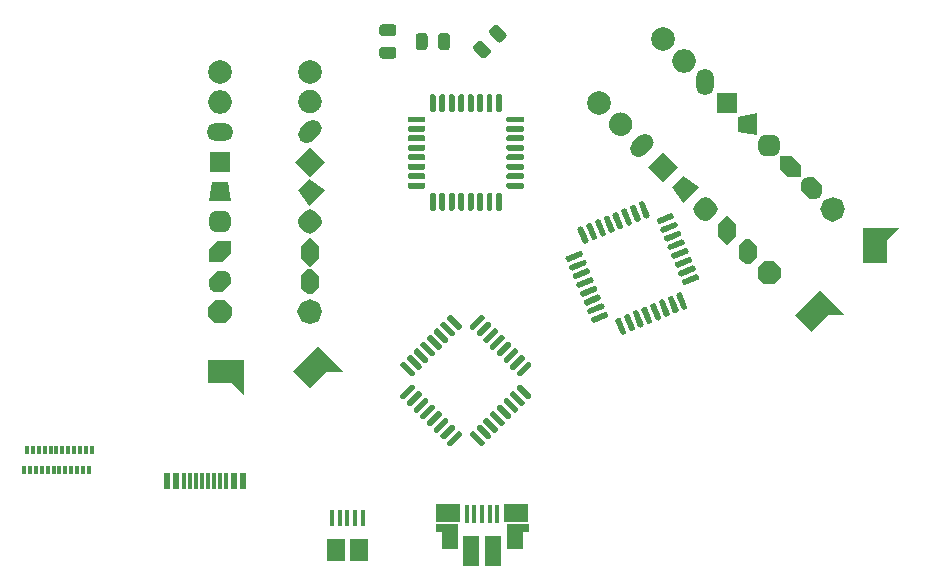
<source format=gbr>
G04 #@! TF.GenerationSoftware,KiCad,Pcbnew,5.99.0-unknown-9424d66d22~106~ubuntu18.04.1*
G04 #@! TF.CreationDate,2021-01-09T19:53:46+08:00*
G04 #@! TF.ProjectId,Flashpads,466c6173-6870-4616-9473-2e6b69636164,rev?*
G04 #@! TF.SameCoordinates,Original*
G04 #@! TF.FileFunction,Paste,Top*
G04 #@! TF.FilePolarity,Positive*
%FSLAX46Y46*%
G04 Gerber Fmt 4.6, Leading zero omitted, Abs format (unit mm)*
G04 Created by KiCad (PCBNEW 5.99.0-unknown-9424d66d22~106~ubuntu18.04.1) date 2021-01-09 19:53:46*
%MOMM*%
%LPD*%
G01*
G04 APERTURE LIST*
%ADD10R,1.430000X2.500000*%
%ADD11R,0.400000X1.650000*%
%ADD12R,2.000000X1.500000*%
%ADD13R,1.825000X0.700000*%
%ADD14R,1.350000X2.000000*%
%ADD15R,0.300000X0.700000*%
%ADD16R,0.600000X1.450000*%
%ADD17R,0.300000X1.450000*%
%ADD18R,1.500000X1.900000*%
%ADD19R,0.400000X1.350000*%
%ADD20C,2.000000*%
%ADD21R,1.800000X1.800000*%
%ADD22O,1.500000X2.250000*%
%ADD23O,2.000000X2.000000*%
%ADD24O,2.250000X1.500000*%
G04 APERTURE END LIST*
D10*
G04 #@! TO.C,REF\u002A\u002A*
X63419000Y-66917000D03*
X61499000Y-66917000D03*
D11*
X63759000Y-63767000D03*
X63109000Y-63767000D03*
X62459000Y-63767000D03*
X61809000Y-63767000D03*
X61159000Y-63767000D03*
D12*
X65359000Y-63647000D03*
X59609000Y-63667000D03*
D13*
X65459000Y-64967000D03*
X59509000Y-64967000D03*
D14*
X59729000Y-65717000D03*
X65209000Y-65717000D03*
G04 #@! TD*
D15*
G04 #@! TO.C,REF\u002A\u002A*
X23670000Y-60053000D03*
X24170000Y-60053000D03*
X24670000Y-60053000D03*
X25170000Y-60053000D03*
X25670000Y-60053000D03*
X26170000Y-60053000D03*
X26670000Y-60053000D03*
X27170000Y-60053000D03*
X27670000Y-60053000D03*
X28170000Y-60053000D03*
X28670000Y-60053000D03*
X29170000Y-60053000D03*
X28920000Y-58353000D03*
X27420000Y-58353000D03*
X27920000Y-58353000D03*
X28420000Y-58353000D03*
X29420000Y-58353000D03*
X26920000Y-58353000D03*
X26420000Y-58353000D03*
X25920000Y-58353000D03*
X25420000Y-58353000D03*
X24920000Y-58353000D03*
X24420000Y-58353000D03*
X23920000Y-58353000D03*
G04 #@! TD*
G04 #@! TO.C,IC3*
G36*
G01*
X55712989Y-54041990D02*
X55536212Y-53865213D01*
G75*
G02*
X55536212Y-53688437I88388J88388D01*
G01*
X56420095Y-52804554D01*
G75*
G02*
X56596871Y-52804554I88388J-88388D01*
G01*
X56773648Y-52981331D01*
G75*
G02*
X56773648Y-53158107I-88388J-88388D01*
G01*
X55889765Y-54041990D01*
G75*
G02*
X55712989Y-54041990I-88388J88388D01*
G01*
G37*
G36*
G01*
X56278675Y-54607675D02*
X56101898Y-54430898D01*
G75*
G02*
X56101898Y-54254122I88388J88388D01*
G01*
X56985781Y-53370239D01*
G75*
G02*
X57162557Y-53370239I88388J-88388D01*
G01*
X57339334Y-53547016D01*
G75*
G02*
X57339334Y-53723792I-88388J-88388D01*
G01*
X56455451Y-54607675D01*
G75*
G02*
X56278675Y-54607675I-88388J88388D01*
G01*
G37*
G36*
G01*
X56844360Y-55173361D02*
X56667583Y-54996584D01*
G75*
G02*
X56667583Y-54819808I88388J88388D01*
G01*
X57551466Y-53935925D01*
G75*
G02*
X57728242Y-53935925I88388J-88388D01*
G01*
X57905019Y-54112702D01*
G75*
G02*
X57905019Y-54289478I-88388J-88388D01*
G01*
X57021136Y-55173361D01*
G75*
G02*
X56844360Y-55173361I-88388J88388D01*
G01*
G37*
G36*
G01*
X57410045Y-55739046D02*
X57233268Y-55562269D01*
G75*
G02*
X57233268Y-55385493I88388J88388D01*
G01*
X58117151Y-54501610D01*
G75*
G02*
X58293927Y-54501610I88388J-88388D01*
G01*
X58470704Y-54678387D01*
G75*
G02*
X58470704Y-54855163I-88388J-88388D01*
G01*
X57586821Y-55739046D01*
G75*
G02*
X57410045Y-55739046I-88388J88388D01*
G01*
G37*
G36*
G01*
X57975731Y-56304732D02*
X57798954Y-56127955D01*
G75*
G02*
X57798954Y-55951179I88388J88388D01*
G01*
X58682837Y-55067296D01*
G75*
G02*
X58859613Y-55067296I88388J-88388D01*
G01*
X59036390Y-55244073D01*
G75*
G02*
X59036390Y-55420849I-88388J-88388D01*
G01*
X58152507Y-56304732D01*
G75*
G02*
X57975731Y-56304732I-88388J88388D01*
G01*
G37*
G36*
G01*
X58541416Y-56870417D02*
X58364639Y-56693640D01*
G75*
G02*
X58364639Y-56516864I88388J88388D01*
G01*
X59248522Y-55632981D01*
G75*
G02*
X59425298Y-55632981I88388J-88388D01*
G01*
X59602075Y-55809758D01*
G75*
G02*
X59602075Y-55986534I-88388J-88388D01*
G01*
X58718192Y-56870417D01*
G75*
G02*
X58541416Y-56870417I-88388J88388D01*
G01*
G37*
G36*
G01*
X59107102Y-57436102D02*
X58930325Y-57259325D01*
G75*
G02*
X58930325Y-57082549I88388J88388D01*
G01*
X59814208Y-56198666D01*
G75*
G02*
X59990984Y-56198666I88388J-88388D01*
G01*
X60167761Y-56375443D01*
G75*
G02*
X60167761Y-56552219I-88388J-88388D01*
G01*
X59283878Y-57436102D01*
G75*
G02*
X59107102Y-57436102I-88388J88388D01*
G01*
G37*
G36*
G01*
X59672787Y-58001788D02*
X59496010Y-57825011D01*
G75*
G02*
X59496010Y-57648235I88388J88388D01*
G01*
X60379893Y-56764352D01*
G75*
G02*
X60556669Y-56764352I88388J-88388D01*
G01*
X60733446Y-56941129D01*
G75*
G02*
X60733446Y-57117905I-88388J-88388D01*
G01*
X59849563Y-58001788D01*
G75*
G02*
X59672787Y-58001788I-88388J88388D01*
G01*
G37*
G36*
G01*
X62324437Y-58001788D02*
X61440554Y-57117905D01*
G75*
G02*
X61440554Y-56941129I88388J88388D01*
G01*
X61617331Y-56764352D01*
G75*
G02*
X61794107Y-56764352I88388J-88388D01*
G01*
X62677990Y-57648235D01*
G75*
G02*
X62677990Y-57825011I-88388J-88388D01*
G01*
X62501213Y-58001788D01*
G75*
G02*
X62324437Y-58001788I-88388J88388D01*
G01*
G37*
G36*
G01*
X62890122Y-57436102D02*
X62006239Y-56552219D01*
G75*
G02*
X62006239Y-56375443I88388J88388D01*
G01*
X62183016Y-56198666D01*
G75*
G02*
X62359792Y-56198666I88388J-88388D01*
G01*
X63243675Y-57082549D01*
G75*
G02*
X63243675Y-57259325I-88388J-88388D01*
G01*
X63066898Y-57436102D01*
G75*
G02*
X62890122Y-57436102I-88388J88388D01*
G01*
G37*
G36*
G01*
X63455808Y-56870417D02*
X62571925Y-55986534D01*
G75*
G02*
X62571925Y-55809758I88388J88388D01*
G01*
X62748702Y-55632981D01*
G75*
G02*
X62925478Y-55632981I88388J-88388D01*
G01*
X63809361Y-56516864D01*
G75*
G02*
X63809361Y-56693640I-88388J-88388D01*
G01*
X63632584Y-56870417D01*
G75*
G02*
X63455808Y-56870417I-88388J88388D01*
G01*
G37*
G36*
G01*
X64021493Y-56304732D02*
X63137610Y-55420849D01*
G75*
G02*
X63137610Y-55244073I88388J88388D01*
G01*
X63314387Y-55067296D01*
G75*
G02*
X63491163Y-55067296I88388J-88388D01*
G01*
X64375046Y-55951179D01*
G75*
G02*
X64375046Y-56127955I-88388J-88388D01*
G01*
X64198269Y-56304732D01*
G75*
G02*
X64021493Y-56304732I-88388J88388D01*
G01*
G37*
G36*
G01*
X64587179Y-55739046D02*
X63703296Y-54855163D01*
G75*
G02*
X63703296Y-54678387I88388J88388D01*
G01*
X63880073Y-54501610D01*
G75*
G02*
X64056849Y-54501610I88388J-88388D01*
G01*
X64940732Y-55385493D01*
G75*
G02*
X64940732Y-55562269I-88388J-88388D01*
G01*
X64763955Y-55739046D01*
G75*
G02*
X64587179Y-55739046I-88388J88388D01*
G01*
G37*
G36*
G01*
X65152864Y-55173361D02*
X64268981Y-54289478D01*
G75*
G02*
X64268981Y-54112702I88388J88388D01*
G01*
X64445758Y-53935925D01*
G75*
G02*
X64622534Y-53935925I88388J-88388D01*
G01*
X65506417Y-54819808D01*
G75*
G02*
X65506417Y-54996584I-88388J-88388D01*
G01*
X65329640Y-55173361D01*
G75*
G02*
X65152864Y-55173361I-88388J88388D01*
G01*
G37*
G36*
G01*
X65718549Y-54607675D02*
X64834666Y-53723792D01*
G75*
G02*
X64834666Y-53547016I88388J88388D01*
G01*
X65011443Y-53370239D01*
G75*
G02*
X65188219Y-53370239I88388J-88388D01*
G01*
X66072102Y-54254122D01*
G75*
G02*
X66072102Y-54430898I-88388J-88388D01*
G01*
X65895325Y-54607675D01*
G75*
G02*
X65718549Y-54607675I-88388J88388D01*
G01*
G37*
G36*
G01*
X66284235Y-54041990D02*
X65400352Y-53158107D01*
G75*
G02*
X65400352Y-52981331I88388J88388D01*
G01*
X65577129Y-52804554D01*
G75*
G02*
X65753905Y-52804554I88388J-88388D01*
G01*
X66637788Y-53688437D01*
G75*
G02*
X66637788Y-53865213I-88388J-88388D01*
G01*
X66461011Y-54041990D01*
G75*
G02*
X66284235Y-54041990I-88388J88388D01*
G01*
G37*
G36*
G01*
X65577129Y-52097446D02*
X65400352Y-51920669D01*
G75*
G02*
X65400352Y-51743893I88388J88388D01*
G01*
X66284235Y-50860010D01*
G75*
G02*
X66461011Y-50860010I88388J-88388D01*
G01*
X66637788Y-51036787D01*
G75*
G02*
X66637788Y-51213563I-88388J-88388D01*
G01*
X65753905Y-52097446D01*
G75*
G02*
X65577129Y-52097446I-88388J88388D01*
G01*
G37*
G36*
G01*
X65011443Y-51531761D02*
X64834666Y-51354984D01*
G75*
G02*
X64834666Y-51178208I88388J88388D01*
G01*
X65718549Y-50294325D01*
G75*
G02*
X65895325Y-50294325I88388J-88388D01*
G01*
X66072102Y-50471102D01*
G75*
G02*
X66072102Y-50647878I-88388J-88388D01*
G01*
X65188219Y-51531761D01*
G75*
G02*
X65011443Y-51531761I-88388J88388D01*
G01*
G37*
G36*
G01*
X64445758Y-50966075D02*
X64268981Y-50789298D01*
G75*
G02*
X64268981Y-50612522I88388J88388D01*
G01*
X65152864Y-49728639D01*
G75*
G02*
X65329640Y-49728639I88388J-88388D01*
G01*
X65506417Y-49905416D01*
G75*
G02*
X65506417Y-50082192I-88388J-88388D01*
G01*
X64622534Y-50966075D01*
G75*
G02*
X64445758Y-50966075I-88388J88388D01*
G01*
G37*
G36*
G01*
X63880073Y-50400390D02*
X63703296Y-50223613D01*
G75*
G02*
X63703296Y-50046837I88388J88388D01*
G01*
X64587179Y-49162954D01*
G75*
G02*
X64763955Y-49162954I88388J-88388D01*
G01*
X64940732Y-49339731D01*
G75*
G02*
X64940732Y-49516507I-88388J-88388D01*
G01*
X64056849Y-50400390D01*
G75*
G02*
X63880073Y-50400390I-88388J88388D01*
G01*
G37*
G36*
G01*
X63314387Y-49834704D02*
X63137610Y-49657927D01*
G75*
G02*
X63137610Y-49481151I88388J88388D01*
G01*
X64021493Y-48597268D01*
G75*
G02*
X64198269Y-48597268I88388J-88388D01*
G01*
X64375046Y-48774045D01*
G75*
G02*
X64375046Y-48950821I-88388J-88388D01*
G01*
X63491163Y-49834704D01*
G75*
G02*
X63314387Y-49834704I-88388J88388D01*
G01*
G37*
G36*
G01*
X62748702Y-49269019D02*
X62571925Y-49092242D01*
G75*
G02*
X62571925Y-48915466I88388J88388D01*
G01*
X63455808Y-48031583D01*
G75*
G02*
X63632584Y-48031583I88388J-88388D01*
G01*
X63809361Y-48208360D01*
G75*
G02*
X63809361Y-48385136I-88388J-88388D01*
G01*
X62925478Y-49269019D01*
G75*
G02*
X62748702Y-49269019I-88388J88388D01*
G01*
G37*
G36*
G01*
X62183016Y-48703334D02*
X62006239Y-48526557D01*
G75*
G02*
X62006239Y-48349781I88388J88388D01*
G01*
X62890122Y-47465898D01*
G75*
G02*
X63066898Y-47465898I88388J-88388D01*
G01*
X63243675Y-47642675D01*
G75*
G02*
X63243675Y-47819451I-88388J-88388D01*
G01*
X62359792Y-48703334D01*
G75*
G02*
X62183016Y-48703334I-88388J88388D01*
G01*
G37*
G36*
G01*
X61617331Y-48137648D02*
X61440554Y-47960871D01*
G75*
G02*
X61440554Y-47784095I88388J88388D01*
G01*
X62324437Y-46900212D01*
G75*
G02*
X62501213Y-46900212I88388J-88388D01*
G01*
X62677990Y-47076989D01*
G75*
G02*
X62677990Y-47253765I-88388J-88388D01*
G01*
X61794107Y-48137648D01*
G75*
G02*
X61617331Y-48137648I-88388J88388D01*
G01*
G37*
G36*
G01*
X60379893Y-48137648D02*
X59496010Y-47253765D01*
G75*
G02*
X59496010Y-47076989I88388J88388D01*
G01*
X59672787Y-46900212D01*
G75*
G02*
X59849563Y-46900212I88388J-88388D01*
G01*
X60733446Y-47784095D01*
G75*
G02*
X60733446Y-47960871I-88388J-88388D01*
G01*
X60556669Y-48137648D01*
G75*
G02*
X60379893Y-48137648I-88388J88388D01*
G01*
G37*
G36*
G01*
X59814208Y-48703334D02*
X58930325Y-47819451D01*
G75*
G02*
X58930325Y-47642675I88388J88388D01*
G01*
X59107102Y-47465898D01*
G75*
G02*
X59283878Y-47465898I88388J-88388D01*
G01*
X60167761Y-48349781D01*
G75*
G02*
X60167761Y-48526557I-88388J-88388D01*
G01*
X59990984Y-48703334D01*
G75*
G02*
X59814208Y-48703334I-88388J88388D01*
G01*
G37*
G36*
G01*
X59248522Y-49269019D02*
X58364639Y-48385136D01*
G75*
G02*
X58364639Y-48208360I88388J88388D01*
G01*
X58541416Y-48031583D01*
G75*
G02*
X58718192Y-48031583I88388J-88388D01*
G01*
X59602075Y-48915466D01*
G75*
G02*
X59602075Y-49092242I-88388J-88388D01*
G01*
X59425298Y-49269019D01*
G75*
G02*
X59248522Y-49269019I-88388J88388D01*
G01*
G37*
G36*
G01*
X58682837Y-49834704D02*
X57798954Y-48950821D01*
G75*
G02*
X57798954Y-48774045I88388J88388D01*
G01*
X57975731Y-48597268D01*
G75*
G02*
X58152507Y-48597268I88388J-88388D01*
G01*
X59036390Y-49481151D01*
G75*
G02*
X59036390Y-49657927I-88388J-88388D01*
G01*
X58859613Y-49834704D01*
G75*
G02*
X58682837Y-49834704I-88388J88388D01*
G01*
G37*
G36*
G01*
X58117151Y-50400390D02*
X57233268Y-49516507D01*
G75*
G02*
X57233268Y-49339731I88388J88388D01*
G01*
X57410045Y-49162954D01*
G75*
G02*
X57586821Y-49162954I88388J-88388D01*
G01*
X58470704Y-50046837D01*
G75*
G02*
X58470704Y-50223613I-88388J-88388D01*
G01*
X58293927Y-50400390D01*
G75*
G02*
X58117151Y-50400390I-88388J88388D01*
G01*
G37*
G36*
G01*
X57551466Y-50966075D02*
X56667583Y-50082192D01*
G75*
G02*
X56667583Y-49905416I88388J88388D01*
G01*
X56844360Y-49728639D01*
G75*
G02*
X57021136Y-49728639I88388J-88388D01*
G01*
X57905019Y-50612522D01*
G75*
G02*
X57905019Y-50789298I-88388J-88388D01*
G01*
X57728242Y-50966075D01*
G75*
G02*
X57551466Y-50966075I-88388J88388D01*
G01*
G37*
G36*
G01*
X56985781Y-51531761D02*
X56101898Y-50647878D01*
G75*
G02*
X56101898Y-50471102I88388J88388D01*
G01*
X56278675Y-50294325D01*
G75*
G02*
X56455451Y-50294325I88388J-88388D01*
G01*
X57339334Y-51178208D01*
G75*
G02*
X57339334Y-51354984I-88388J-88388D01*
G01*
X57162557Y-51531761D01*
G75*
G02*
X56985781Y-51531761I-88388J88388D01*
G01*
G37*
G36*
G01*
X56420095Y-52097446D02*
X55536212Y-51213563D01*
G75*
G02*
X55536212Y-51036787I88388J88388D01*
G01*
X55712989Y-50860010D01*
G75*
G02*
X55889765Y-50860010I88388J-88388D01*
G01*
X56773648Y-51743893D01*
G75*
G02*
X56773648Y-51920669I-88388J-88388D01*
G01*
X56596871Y-52097446D01*
G75*
G02*
X56420095Y-52097446I-88388J88388D01*
G01*
G37*
G04 #@! TD*
G04 #@! TO.C,IC2*
G36*
G01*
X69610215Y-42339338D02*
X69514544Y-42108368D01*
G75*
G02*
X69582194Y-41945048I115485J47835D01*
G01*
X70737043Y-41466694D01*
G75*
G02*
X70900363Y-41534344I47835J-115485D01*
G01*
X70996034Y-41765314D01*
G75*
G02*
X70928384Y-41928634I-115485J-47835D01*
G01*
X69773535Y-42406988D01*
G75*
G02*
X69610215Y-42339338I-47835J115485D01*
G01*
G37*
G36*
G01*
X69916362Y-43078441D02*
X69820691Y-42847471D01*
G75*
G02*
X69888341Y-42684151I115485J47835D01*
G01*
X71043190Y-42205797D01*
G75*
G02*
X71206510Y-42273447I47835J-115485D01*
G01*
X71302181Y-42504417D01*
G75*
G02*
X71234531Y-42667737I-115485J-47835D01*
G01*
X70079682Y-43146091D01*
G75*
G02*
X69916362Y-43078441I-47835J115485D01*
G01*
G37*
G36*
G01*
X70222509Y-43817545D02*
X70126838Y-43586575D01*
G75*
G02*
X70194488Y-43423255I115485J47835D01*
G01*
X71349337Y-42944901D01*
G75*
G02*
X71512657Y-43012551I47835J-115485D01*
G01*
X71608328Y-43243521D01*
G75*
G02*
X71540678Y-43406841I-115485J-47835D01*
G01*
X70385829Y-43885195D01*
G75*
G02*
X70222509Y-43817545I-47835J115485D01*
G01*
G37*
G36*
G01*
X70528656Y-44556649D02*
X70432985Y-44325679D01*
G75*
G02*
X70500635Y-44162359I115485J47835D01*
G01*
X71655484Y-43684005D01*
G75*
G02*
X71818804Y-43751655I47835J-115485D01*
G01*
X71914475Y-43982625D01*
G75*
G02*
X71846825Y-44145945I-115485J-47835D01*
G01*
X70691976Y-44624299D01*
G75*
G02*
X70528656Y-44556649I-47835J115485D01*
G01*
G37*
G36*
G01*
X70834802Y-45295752D02*
X70739131Y-45064782D01*
G75*
G02*
X70806781Y-44901462I115485J47835D01*
G01*
X71961630Y-44423108D01*
G75*
G02*
X72124950Y-44490758I47835J-115485D01*
G01*
X72220621Y-44721728D01*
G75*
G02*
X72152971Y-44885048I-115485J-47835D01*
G01*
X70998122Y-45363402D01*
G75*
G02*
X70834802Y-45295752I-47835J115485D01*
G01*
G37*
G36*
G01*
X71140949Y-46034856D02*
X71045278Y-45803886D01*
G75*
G02*
X71112928Y-45640566I115485J47835D01*
G01*
X72267777Y-45162212D01*
G75*
G02*
X72431097Y-45229862I47835J-115485D01*
G01*
X72526768Y-45460832D01*
G75*
G02*
X72459118Y-45624152I-115485J-47835D01*
G01*
X71304269Y-46102506D01*
G75*
G02*
X71140949Y-46034856I-47835J115485D01*
G01*
G37*
G36*
G01*
X71447096Y-46773959D02*
X71351425Y-46542989D01*
G75*
G02*
X71419075Y-46379669I115485J47835D01*
G01*
X72573924Y-45901315D01*
G75*
G02*
X72737244Y-45968965I47835J-115485D01*
G01*
X72832915Y-46199935D01*
G75*
G02*
X72765265Y-46363255I-115485J-47835D01*
G01*
X71610416Y-46841609D01*
G75*
G02*
X71447096Y-46773959I-47835J115485D01*
G01*
G37*
G36*
G01*
X71753243Y-47513063D02*
X71657572Y-47282093D01*
G75*
G02*
X71725222Y-47118773I115485J47835D01*
G01*
X72880071Y-46640419D01*
G75*
G02*
X73043391Y-46708069I47835J-115485D01*
G01*
X73139062Y-46939039D01*
G75*
G02*
X73071412Y-47102359I-115485J-47835D01*
G01*
X71916563Y-47580713D01*
G75*
G02*
X71753243Y-47513063I-47835J115485D01*
G01*
G37*
G36*
G01*
X74203048Y-48527806D02*
X73724694Y-47372957D01*
G75*
G02*
X73792344Y-47209637I115485J47835D01*
G01*
X74023314Y-47113966D01*
G75*
G02*
X74186634Y-47181616I47835J-115485D01*
G01*
X74664988Y-48336465D01*
G75*
G02*
X74597338Y-48499785I-115485J-47835D01*
G01*
X74366368Y-48595456D01*
G75*
G02*
X74203048Y-48527806I-47835J115485D01*
G01*
G37*
G36*
G01*
X74942151Y-48221659D02*
X74463797Y-47066810D01*
G75*
G02*
X74531447Y-46903490I115485J47835D01*
G01*
X74762417Y-46807819D01*
G75*
G02*
X74925737Y-46875469I47835J-115485D01*
G01*
X75404091Y-48030318D01*
G75*
G02*
X75336441Y-48193638I-115485J-47835D01*
G01*
X75105471Y-48289309D01*
G75*
G02*
X74942151Y-48221659I-47835J115485D01*
G01*
G37*
G36*
G01*
X75681255Y-47915512D02*
X75202901Y-46760663D01*
G75*
G02*
X75270551Y-46597343I115485J47835D01*
G01*
X75501521Y-46501672D01*
G75*
G02*
X75664841Y-46569322I47835J-115485D01*
G01*
X76143195Y-47724171D01*
G75*
G02*
X76075545Y-47887491I-115485J-47835D01*
G01*
X75844575Y-47983162D01*
G75*
G02*
X75681255Y-47915512I-47835J115485D01*
G01*
G37*
G36*
G01*
X76420359Y-47609365D02*
X75942005Y-46454516D01*
G75*
G02*
X76009655Y-46291196I115485J47835D01*
G01*
X76240625Y-46195525D01*
G75*
G02*
X76403945Y-46263175I47835J-115485D01*
G01*
X76882299Y-47418024D01*
G75*
G02*
X76814649Y-47581344I-115485J-47835D01*
G01*
X76583679Y-47677015D01*
G75*
G02*
X76420359Y-47609365I-47835J115485D01*
G01*
G37*
G36*
G01*
X77159462Y-47303219D02*
X76681108Y-46148370D01*
G75*
G02*
X76748758Y-45985050I115485J47835D01*
G01*
X76979728Y-45889379D01*
G75*
G02*
X77143048Y-45957029I47835J-115485D01*
G01*
X77621402Y-47111878D01*
G75*
G02*
X77553752Y-47275198I-115485J-47835D01*
G01*
X77322782Y-47370869D01*
G75*
G02*
X77159462Y-47303219I-47835J115485D01*
G01*
G37*
G36*
G01*
X77898566Y-46997072D02*
X77420212Y-45842223D01*
G75*
G02*
X77487862Y-45678903I115485J47835D01*
G01*
X77718832Y-45583232D01*
G75*
G02*
X77882152Y-45650882I47835J-115485D01*
G01*
X78360506Y-46805731D01*
G75*
G02*
X78292856Y-46969051I-115485J-47835D01*
G01*
X78061886Y-47064722D01*
G75*
G02*
X77898566Y-46997072I-47835J115485D01*
G01*
G37*
G36*
G01*
X78637669Y-46690925D02*
X78159315Y-45536076D01*
G75*
G02*
X78226965Y-45372756I115485J47835D01*
G01*
X78457935Y-45277085D01*
G75*
G02*
X78621255Y-45344735I47835J-115485D01*
G01*
X79099609Y-46499584D01*
G75*
G02*
X79031959Y-46662904I-115485J-47835D01*
G01*
X78800989Y-46758575D01*
G75*
G02*
X78637669Y-46690925I-47835J115485D01*
G01*
G37*
G36*
G01*
X79376773Y-46384778D02*
X78898419Y-45229929D01*
G75*
G02*
X78966069Y-45066609I115485J47835D01*
G01*
X79197039Y-44970938D01*
G75*
G02*
X79360359Y-45038588I47835J-115485D01*
G01*
X79838713Y-46193437D01*
G75*
G02*
X79771063Y-46356757I-115485J-47835D01*
G01*
X79540093Y-46452428D01*
G75*
G02*
X79376773Y-46384778I-47835J115485D01*
G01*
G37*
G36*
G01*
X79467637Y-44317656D02*
X79371966Y-44086686D01*
G75*
G02*
X79439616Y-43923366I115485J47835D01*
G01*
X80594465Y-43445012D01*
G75*
G02*
X80757785Y-43512662I47835J-115485D01*
G01*
X80853456Y-43743632D01*
G75*
G02*
X80785806Y-43906952I-115485J-47835D01*
G01*
X79630957Y-44385306D01*
G75*
G02*
X79467637Y-44317656I-47835J115485D01*
G01*
G37*
G36*
G01*
X79161490Y-43578553D02*
X79065819Y-43347583D01*
G75*
G02*
X79133469Y-43184263I115485J47835D01*
G01*
X80288318Y-42705909D01*
G75*
G02*
X80451638Y-42773559I47835J-115485D01*
G01*
X80547309Y-43004529D01*
G75*
G02*
X80479659Y-43167849I-115485J-47835D01*
G01*
X79324810Y-43646203D01*
G75*
G02*
X79161490Y-43578553I-47835J115485D01*
G01*
G37*
G36*
G01*
X78855343Y-42839449D02*
X78759672Y-42608479D01*
G75*
G02*
X78827322Y-42445159I115485J47835D01*
G01*
X79982171Y-41966805D01*
G75*
G02*
X80145491Y-42034455I47835J-115485D01*
G01*
X80241162Y-42265425D01*
G75*
G02*
X80173512Y-42428745I-115485J-47835D01*
G01*
X79018663Y-42907099D01*
G75*
G02*
X78855343Y-42839449I-47835J115485D01*
G01*
G37*
G36*
G01*
X78549196Y-42100345D02*
X78453525Y-41869375D01*
G75*
G02*
X78521175Y-41706055I115485J47835D01*
G01*
X79676024Y-41227701D01*
G75*
G02*
X79839344Y-41295351I47835J-115485D01*
G01*
X79935015Y-41526321D01*
G75*
G02*
X79867365Y-41689641I-115485J-47835D01*
G01*
X78712516Y-42167995D01*
G75*
G02*
X78549196Y-42100345I-47835J115485D01*
G01*
G37*
G36*
G01*
X78243050Y-41361242D02*
X78147379Y-41130272D01*
G75*
G02*
X78215029Y-40966952I115485J47835D01*
G01*
X79369878Y-40488598D01*
G75*
G02*
X79533198Y-40556248I47835J-115485D01*
G01*
X79628869Y-40787218D01*
G75*
G02*
X79561219Y-40950538I-115485J-47835D01*
G01*
X78406370Y-41428892D01*
G75*
G02*
X78243050Y-41361242I-47835J115485D01*
G01*
G37*
G36*
G01*
X77936903Y-40622138D02*
X77841232Y-40391168D01*
G75*
G02*
X77908882Y-40227848I115485J47835D01*
G01*
X79063731Y-39749494D01*
G75*
G02*
X79227051Y-39817144I47835J-115485D01*
G01*
X79322722Y-40048114D01*
G75*
G02*
X79255072Y-40211434I-115485J-47835D01*
G01*
X78100223Y-40689788D01*
G75*
G02*
X77936903Y-40622138I-47835J115485D01*
G01*
G37*
G36*
G01*
X77630756Y-39883035D02*
X77535085Y-39652065D01*
G75*
G02*
X77602735Y-39488745I115485J47835D01*
G01*
X78757584Y-39010391D01*
G75*
G02*
X78920904Y-39078041I47835J-115485D01*
G01*
X79016575Y-39309011D01*
G75*
G02*
X78948925Y-39472331I-115485J-47835D01*
G01*
X77794076Y-39950685D01*
G75*
G02*
X77630756Y-39883035I-47835J115485D01*
G01*
G37*
G36*
G01*
X77324609Y-39143931D02*
X77228938Y-38912961D01*
G75*
G02*
X77296588Y-38749641I115485J47835D01*
G01*
X78451437Y-38271287D01*
G75*
G02*
X78614757Y-38338937I47835J-115485D01*
G01*
X78710428Y-38569907D01*
G75*
G02*
X78642778Y-38733227I-115485J-47835D01*
G01*
X77487929Y-39211581D01*
G75*
G02*
X77324609Y-39143931I-47835J115485D01*
G01*
G37*
G36*
G01*
X76181366Y-38670384D02*
X75703012Y-37515535D01*
G75*
G02*
X75770662Y-37352215I115485J47835D01*
G01*
X76001632Y-37256544D01*
G75*
G02*
X76164952Y-37324194I47835J-115485D01*
G01*
X76643306Y-38479043D01*
G75*
G02*
X76575656Y-38642363I-115485J-47835D01*
G01*
X76344686Y-38738034D01*
G75*
G02*
X76181366Y-38670384I-47835J115485D01*
G01*
G37*
G36*
G01*
X75442263Y-38976531D02*
X74963909Y-37821682D01*
G75*
G02*
X75031559Y-37658362I115485J47835D01*
G01*
X75262529Y-37562691D01*
G75*
G02*
X75425849Y-37630341I47835J-115485D01*
G01*
X75904203Y-38785190D01*
G75*
G02*
X75836553Y-38948510I-115485J-47835D01*
G01*
X75605583Y-39044181D01*
G75*
G02*
X75442263Y-38976531I-47835J115485D01*
G01*
G37*
G36*
G01*
X74703159Y-39282678D02*
X74224805Y-38127829D01*
G75*
G02*
X74292455Y-37964509I115485J47835D01*
G01*
X74523425Y-37868838D01*
G75*
G02*
X74686745Y-37936488I47835J-115485D01*
G01*
X75165099Y-39091337D01*
G75*
G02*
X75097449Y-39254657I-115485J-47835D01*
G01*
X74866479Y-39350328D01*
G75*
G02*
X74703159Y-39282678I-47835J115485D01*
G01*
G37*
G36*
G01*
X73964055Y-39588825D02*
X73485701Y-38433976D01*
G75*
G02*
X73553351Y-38270656I115485J47835D01*
G01*
X73784321Y-38174985D01*
G75*
G02*
X73947641Y-38242635I47835J-115485D01*
G01*
X74425995Y-39397484D01*
G75*
G02*
X74358345Y-39560804I-115485J-47835D01*
G01*
X74127375Y-39656475D01*
G75*
G02*
X73964055Y-39588825I-47835J115485D01*
G01*
G37*
G36*
G01*
X73224952Y-39894971D02*
X72746598Y-38740122D01*
G75*
G02*
X72814248Y-38576802I115485J47835D01*
G01*
X73045218Y-38481131D01*
G75*
G02*
X73208538Y-38548781I47835J-115485D01*
G01*
X73686892Y-39703630D01*
G75*
G02*
X73619242Y-39866950I-115485J-47835D01*
G01*
X73388272Y-39962621D01*
G75*
G02*
X73224952Y-39894971I-47835J115485D01*
G01*
G37*
G36*
G01*
X72485848Y-40201118D02*
X72007494Y-39046269D01*
G75*
G02*
X72075144Y-38882949I115485J47835D01*
G01*
X72306114Y-38787278D01*
G75*
G02*
X72469434Y-38854928I47835J-115485D01*
G01*
X72947788Y-40009777D01*
G75*
G02*
X72880138Y-40173097I-115485J-47835D01*
G01*
X72649168Y-40268768D01*
G75*
G02*
X72485848Y-40201118I-47835J115485D01*
G01*
G37*
G36*
G01*
X71746745Y-40507265D02*
X71268391Y-39352416D01*
G75*
G02*
X71336041Y-39189096I115485J47835D01*
G01*
X71567011Y-39093425D01*
G75*
G02*
X71730331Y-39161075I47835J-115485D01*
G01*
X72208685Y-40315924D01*
G75*
G02*
X72141035Y-40479244I-115485J-47835D01*
G01*
X71910065Y-40574915D01*
G75*
G02*
X71746745Y-40507265I-47835J115485D01*
G01*
G37*
G36*
G01*
X71007641Y-40813412D02*
X70529287Y-39658563D01*
G75*
G02*
X70596937Y-39495243I115485J47835D01*
G01*
X70827907Y-39399572D01*
G75*
G02*
X70991227Y-39467222I47835J-115485D01*
G01*
X71469581Y-40622071D01*
G75*
G02*
X71401931Y-40785391I-115485J-47835D01*
G01*
X71170961Y-40881062D01*
G75*
G02*
X71007641Y-40813412I-47835J115485D01*
G01*
G37*
G04 #@! TD*
G04 #@! TO.C,IC1*
G36*
G01*
X58037000Y-29597000D02*
X58037000Y-28347000D01*
G75*
G02*
X58162000Y-28222000I125000J0D01*
G01*
X58412000Y-28222000D01*
G75*
G02*
X58537000Y-28347000I0J-125000D01*
G01*
X58537000Y-29597000D01*
G75*
G02*
X58412000Y-29722000I-125000J0D01*
G01*
X58162000Y-29722000D01*
G75*
G02*
X58037000Y-29597000I0J125000D01*
G01*
G37*
G36*
G01*
X58837000Y-29597000D02*
X58837000Y-28347000D01*
G75*
G02*
X58962000Y-28222000I125000J0D01*
G01*
X59212000Y-28222000D01*
G75*
G02*
X59337000Y-28347000I0J-125000D01*
G01*
X59337000Y-29597000D01*
G75*
G02*
X59212000Y-29722000I-125000J0D01*
G01*
X58962000Y-29722000D01*
G75*
G02*
X58837000Y-29597000I0J125000D01*
G01*
G37*
G36*
G01*
X59637000Y-29597000D02*
X59637000Y-28347000D01*
G75*
G02*
X59762000Y-28222000I125000J0D01*
G01*
X60012000Y-28222000D01*
G75*
G02*
X60137000Y-28347000I0J-125000D01*
G01*
X60137000Y-29597000D01*
G75*
G02*
X60012000Y-29722000I-125000J0D01*
G01*
X59762000Y-29722000D01*
G75*
G02*
X59637000Y-29597000I0J125000D01*
G01*
G37*
G36*
G01*
X60437000Y-29597000D02*
X60437000Y-28347000D01*
G75*
G02*
X60562000Y-28222000I125000J0D01*
G01*
X60812000Y-28222000D01*
G75*
G02*
X60937000Y-28347000I0J-125000D01*
G01*
X60937000Y-29597000D01*
G75*
G02*
X60812000Y-29722000I-125000J0D01*
G01*
X60562000Y-29722000D01*
G75*
G02*
X60437000Y-29597000I0J125000D01*
G01*
G37*
G36*
G01*
X61237000Y-29597000D02*
X61237000Y-28347000D01*
G75*
G02*
X61362000Y-28222000I125000J0D01*
G01*
X61612000Y-28222000D01*
G75*
G02*
X61737000Y-28347000I0J-125000D01*
G01*
X61737000Y-29597000D01*
G75*
G02*
X61612000Y-29722000I-125000J0D01*
G01*
X61362000Y-29722000D01*
G75*
G02*
X61237000Y-29597000I0J125000D01*
G01*
G37*
G36*
G01*
X62037000Y-29597000D02*
X62037000Y-28347000D01*
G75*
G02*
X62162000Y-28222000I125000J0D01*
G01*
X62412000Y-28222000D01*
G75*
G02*
X62537000Y-28347000I0J-125000D01*
G01*
X62537000Y-29597000D01*
G75*
G02*
X62412000Y-29722000I-125000J0D01*
G01*
X62162000Y-29722000D01*
G75*
G02*
X62037000Y-29597000I0J125000D01*
G01*
G37*
G36*
G01*
X62837000Y-29597000D02*
X62837000Y-28347000D01*
G75*
G02*
X62962000Y-28222000I125000J0D01*
G01*
X63212000Y-28222000D01*
G75*
G02*
X63337000Y-28347000I0J-125000D01*
G01*
X63337000Y-29597000D01*
G75*
G02*
X63212000Y-29722000I-125000J0D01*
G01*
X62962000Y-29722000D01*
G75*
G02*
X62837000Y-29597000I0J125000D01*
G01*
G37*
G36*
G01*
X63637000Y-29597000D02*
X63637000Y-28347000D01*
G75*
G02*
X63762000Y-28222000I125000J0D01*
G01*
X64012000Y-28222000D01*
G75*
G02*
X64137000Y-28347000I0J-125000D01*
G01*
X64137000Y-29597000D01*
G75*
G02*
X64012000Y-29722000I-125000J0D01*
G01*
X63762000Y-29722000D01*
G75*
G02*
X63637000Y-29597000I0J125000D01*
G01*
G37*
G36*
G01*
X64512000Y-30472000D02*
X64512000Y-30222000D01*
G75*
G02*
X64637000Y-30097000I125000J0D01*
G01*
X65887000Y-30097000D01*
G75*
G02*
X66012000Y-30222000I0J-125000D01*
G01*
X66012000Y-30472000D01*
G75*
G02*
X65887000Y-30597000I-125000J0D01*
G01*
X64637000Y-30597000D01*
G75*
G02*
X64512000Y-30472000I0J125000D01*
G01*
G37*
G36*
G01*
X64512000Y-31272000D02*
X64512000Y-31022000D01*
G75*
G02*
X64637000Y-30897000I125000J0D01*
G01*
X65887000Y-30897000D01*
G75*
G02*
X66012000Y-31022000I0J-125000D01*
G01*
X66012000Y-31272000D01*
G75*
G02*
X65887000Y-31397000I-125000J0D01*
G01*
X64637000Y-31397000D01*
G75*
G02*
X64512000Y-31272000I0J125000D01*
G01*
G37*
G36*
G01*
X64512000Y-32072000D02*
X64512000Y-31822000D01*
G75*
G02*
X64637000Y-31697000I125000J0D01*
G01*
X65887000Y-31697000D01*
G75*
G02*
X66012000Y-31822000I0J-125000D01*
G01*
X66012000Y-32072000D01*
G75*
G02*
X65887000Y-32197000I-125000J0D01*
G01*
X64637000Y-32197000D01*
G75*
G02*
X64512000Y-32072000I0J125000D01*
G01*
G37*
G36*
G01*
X64512000Y-32872000D02*
X64512000Y-32622000D01*
G75*
G02*
X64637000Y-32497000I125000J0D01*
G01*
X65887000Y-32497000D01*
G75*
G02*
X66012000Y-32622000I0J-125000D01*
G01*
X66012000Y-32872000D01*
G75*
G02*
X65887000Y-32997000I-125000J0D01*
G01*
X64637000Y-32997000D01*
G75*
G02*
X64512000Y-32872000I0J125000D01*
G01*
G37*
G36*
G01*
X64512000Y-33672000D02*
X64512000Y-33422000D01*
G75*
G02*
X64637000Y-33297000I125000J0D01*
G01*
X65887000Y-33297000D01*
G75*
G02*
X66012000Y-33422000I0J-125000D01*
G01*
X66012000Y-33672000D01*
G75*
G02*
X65887000Y-33797000I-125000J0D01*
G01*
X64637000Y-33797000D01*
G75*
G02*
X64512000Y-33672000I0J125000D01*
G01*
G37*
G36*
G01*
X64512000Y-34472000D02*
X64512000Y-34222000D01*
G75*
G02*
X64637000Y-34097000I125000J0D01*
G01*
X65887000Y-34097000D01*
G75*
G02*
X66012000Y-34222000I0J-125000D01*
G01*
X66012000Y-34472000D01*
G75*
G02*
X65887000Y-34597000I-125000J0D01*
G01*
X64637000Y-34597000D01*
G75*
G02*
X64512000Y-34472000I0J125000D01*
G01*
G37*
G36*
G01*
X64512000Y-35272000D02*
X64512000Y-35022000D01*
G75*
G02*
X64637000Y-34897000I125000J0D01*
G01*
X65887000Y-34897000D01*
G75*
G02*
X66012000Y-35022000I0J-125000D01*
G01*
X66012000Y-35272000D01*
G75*
G02*
X65887000Y-35397000I-125000J0D01*
G01*
X64637000Y-35397000D01*
G75*
G02*
X64512000Y-35272000I0J125000D01*
G01*
G37*
G36*
G01*
X64512000Y-36072000D02*
X64512000Y-35822000D01*
G75*
G02*
X64637000Y-35697000I125000J0D01*
G01*
X65887000Y-35697000D01*
G75*
G02*
X66012000Y-35822000I0J-125000D01*
G01*
X66012000Y-36072000D01*
G75*
G02*
X65887000Y-36197000I-125000J0D01*
G01*
X64637000Y-36197000D01*
G75*
G02*
X64512000Y-36072000I0J125000D01*
G01*
G37*
G36*
G01*
X63637000Y-37947000D02*
X63637000Y-36697000D01*
G75*
G02*
X63762000Y-36572000I125000J0D01*
G01*
X64012000Y-36572000D01*
G75*
G02*
X64137000Y-36697000I0J-125000D01*
G01*
X64137000Y-37947000D01*
G75*
G02*
X64012000Y-38072000I-125000J0D01*
G01*
X63762000Y-38072000D01*
G75*
G02*
X63637000Y-37947000I0J125000D01*
G01*
G37*
G36*
G01*
X62837000Y-37947000D02*
X62837000Y-36697000D01*
G75*
G02*
X62962000Y-36572000I125000J0D01*
G01*
X63212000Y-36572000D01*
G75*
G02*
X63337000Y-36697000I0J-125000D01*
G01*
X63337000Y-37947000D01*
G75*
G02*
X63212000Y-38072000I-125000J0D01*
G01*
X62962000Y-38072000D01*
G75*
G02*
X62837000Y-37947000I0J125000D01*
G01*
G37*
G36*
G01*
X62037000Y-37947000D02*
X62037000Y-36697000D01*
G75*
G02*
X62162000Y-36572000I125000J0D01*
G01*
X62412000Y-36572000D01*
G75*
G02*
X62537000Y-36697000I0J-125000D01*
G01*
X62537000Y-37947000D01*
G75*
G02*
X62412000Y-38072000I-125000J0D01*
G01*
X62162000Y-38072000D01*
G75*
G02*
X62037000Y-37947000I0J125000D01*
G01*
G37*
G36*
G01*
X61237000Y-37947000D02*
X61237000Y-36697000D01*
G75*
G02*
X61362000Y-36572000I125000J0D01*
G01*
X61612000Y-36572000D01*
G75*
G02*
X61737000Y-36697000I0J-125000D01*
G01*
X61737000Y-37947000D01*
G75*
G02*
X61612000Y-38072000I-125000J0D01*
G01*
X61362000Y-38072000D01*
G75*
G02*
X61237000Y-37947000I0J125000D01*
G01*
G37*
G36*
G01*
X60437000Y-37947000D02*
X60437000Y-36697000D01*
G75*
G02*
X60562000Y-36572000I125000J0D01*
G01*
X60812000Y-36572000D01*
G75*
G02*
X60937000Y-36697000I0J-125000D01*
G01*
X60937000Y-37947000D01*
G75*
G02*
X60812000Y-38072000I-125000J0D01*
G01*
X60562000Y-38072000D01*
G75*
G02*
X60437000Y-37947000I0J125000D01*
G01*
G37*
G36*
G01*
X59637000Y-37947000D02*
X59637000Y-36697000D01*
G75*
G02*
X59762000Y-36572000I125000J0D01*
G01*
X60012000Y-36572000D01*
G75*
G02*
X60137000Y-36697000I0J-125000D01*
G01*
X60137000Y-37947000D01*
G75*
G02*
X60012000Y-38072000I-125000J0D01*
G01*
X59762000Y-38072000D01*
G75*
G02*
X59637000Y-37947000I0J125000D01*
G01*
G37*
G36*
G01*
X58837000Y-37947000D02*
X58837000Y-36697000D01*
G75*
G02*
X58962000Y-36572000I125000J0D01*
G01*
X59212000Y-36572000D01*
G75*
G02*
X59337000Y-36697000I0J-125000D01*
G01*
X59337000Y-37947000D01*
G75*
G02*
X59212000Y-38072000I-125000J0D01*
G01*
X58962000Y-38072000D01*
G75*
G02*
X58837000Y-37947000I0J125000D01*
G01*
G37*
G36*
G01*
X58037000Y-37947000D02*
X58037000Y-36697000D01*
G75*
G02*
X58162000Y-36572000I125000J0D01*
G01*
X58412000Y-36572000D01*
G75*
G02*
X58537000Y-36697000I0J-125000D01*
G01*
X58537000Y-37947000D01*
G75*
G02*
X58412000Y-38072000I-125000J0D01*
G01*
X58162000Y-38072000D01*
G75*
G02*
X58037000Y-37947000I0J125000D01*
G01*
G37*
G36*
G01*
X56162000Y-36072000D02*
X56162000Y-35822000D01*
G75*
G02*
X56287000Y-35697000I125000J0D01*
G01*
X57537000Y-35697000D01*
G75*
G02*
X57662000Y-35822000I0J-125000D01*
G01*
X57662000Y-36072000D01*
G75*
G02*
X57537000Y-36197000I-125000J0D01*
G01*
X56287000Y-36197000D01*
G75*
G02*
X56162000Y-36072000I0J125000D01*
G01*
G37*
G36*
G01*
X56162000Y-35272000D02*
X56162000Y-35022000D01*
G75*
G02*
X56287000Y-34897000I125000J0D01*
G01*
X57537000Y-34897000D01*
G75*
G02*
X57662000Y-35022000I0J-125000D01*
G01*
X57662000Y-35272000D01*
G75*
G02*
X57537000Y-35397000I-125000J0D01*
G01*
X56287000Y-35397000D01*
G75*
G02*
X56162000Y-35272000I0J125000D01*
G01*
G37*
G36*
G01*
X56162000Y-34472000D02*
X56162000Y-34222000D01*
G75*
G02*
X56287000Y-34097000I125000J0D01*
G01*
X57537000Y-34097000D01*
G75*
G02*
X57662000Y-34222000I0J-125000D01*
G01*
X57662000Y-34472000D01*
G75*
G02*
X57537000Y-34597000I-125000J0D01*
G01*
X56287000Y-34597000D01*
G75*
G02*
X56162000Y-34472000I0J125000D01*
G01*
G37*
G36*
G01*
X56162000Y-33672000D02*
X56162000Y-33422000D01*
G75*
G02*
X56287000Y-33297000I125000J0D01*
G01*
X57537000Y-33297000D01*
G75*
G02*
X57662000Y-33422000I0J-125000D01*
G01*
X57662000Y-33672000D01*
G75*
G02*
X57537000Y-33797000I-125000J0D01*
G01*
X56287000Y-33797000D01*
G75*
G02*
X56162000Y-33672000I0J125000D01*
G01*
G37*
G36*
G01*
X56162000Y-32872000D02*
X56162000Y-32622000D01*
G75*
G02*
X56287000Y-32497000I125000J0D01*
G01*
X57537000Y-32497000D01*
G75*
G02*
X57662000Y-32622000I0J-125000D01*
G01*
X57662000Y-32872000D01*
G75*
G02*
X57537000Y-32997000I-125000J0D01*
G01*
X56287000Y-32997000D01*
G75*
G02*
X56162000Y-32872000I0J125000D01*
G01*
G37*
G36*
G01*
X56162000Y-32072000D02*
X56162000Y-31822000D01*
G75*
G02*
X56287000Y-31697000I125000J0D01*
G01*
X57537000Y-31697000D01*
G75*
G02*
X57662000Y-31822000I0J-125000D01*
G01*
X57662000Y-32072000D01*
G75*
G02*
X57537000Y-32197000I-125000J0D01*
G01*
X56287000Y-32197000D01*
G75*
G02*
X56162000Y-32072000I0J125000D01*
G01*
G37*
G36*
G01*
X56162000Y-31272000D02*
X56162000Y-31022000D01*
G75*
G02*
X56287000Y-30897000I125000J0D01*
G01*
X57537000Y-30897000D01*
G75*
G02*
X57662000Y-31022000I0J-125000D01*
G01*
X57662000Y-31272000D01*
G75*
G02*
X57537000Y-31397000I-125000J0D01*
G01*
X56287000Y-31397000D01*
G75*
G02*
X56162000Y-31272000I0J125000D01*
G01*
G37*
G36*
G01*
X56162000Y-30472000D02*
X56162000Y-30222000D01*
G75*
G02*
X56287000Y-30097000I125000J0D01*
G01*
X57537000Y-30097000D01*
G75*
G02*
X57662000Y-30222000I0J-125000D01*
G01*
X57662000Y-30472000D01*
G75*
G02*
X57537000Y-30597000I-125000J0D01*
G01*
X56287000Y-30597000D01*
G75*
G02*
X56162000Y-30472000I0J125000D01*
G01*
G37*
G04 #@! TD*
D16*
G04 #@! TO.C,REF\u002A\u002A*
X42239000Y-60979000D03*
X41439000Y-60979000D03*
X36539000Y-60979000D03*
X35739000Y-60979000D03*
X35739000Y-60979000D03*
X36539000Y-60979000D03*
X41439000Y-60979000D03*
X42239000Y-60979000D03*
D17*
X37239000Y-60979000D03*
X37739000Y-60979000D03*
X38239000Y-60979000D03*
X39239000Y-60979000D03*
X39739000Y-60979000D03*
X40239000Y-60979000D03*
X40739000Y-60979000D03*
X38739000Y-60979000D03*
G04 #@! TD*
D18*
G04 #@! TO.C,REF\u002A\u002A*
X50054000Y-66769500D03*
D19*
X51054000Y-64069500D03*
X51704000Y-64069500D03*
X52354000Y-64069500D03*
X49754000Y-64069500D03*
X50404000Y-64069500D03*
D18*
X52054000Y-66769500D03*
G04 #@! TD*
G04 #@! TO.C,C3*
G36*
G01*
X62429571Y-25110180D02*
X61757820Y-24438429D01*
G75*
G02*
X61757820Y-24084875I176777J176777D01*
G01*
X62111373Y-23731322D01*
G75*
G02*
X62464927Y-23731322I176777J-176777D01*
G01*
X63136678Y-24403073D01*
G75*
G02*
X63136678Y-24756627I-176777J-176777D01*
G01*
X62783125Y-25110180D01*
G75*
G02*
X62429571Y-25110180I-176777J176777D01*
G01*
G37*
G36*
G01*
X63773073Y-23766678D02*
X63101322Y-23094927D01*
G75*
G02*
X63101322Y-22741373I176777J176777D01*
G01*
X63454875Y-22387820D01*
G75*
G02*
X63808429Y-22387820I176777J-176777D01*
G01*
X64480180Y-23059571D01*
G75*
G02*
X64480180Y-23413125I-176777J-176777D01*
G01*
X64126627Y-23766678D01*
G75*
G02*
X63773073Y-23766678I-176777J176777D01*
G01*
G37*
G04 #@! TD*
G04 #@! TO.C,C2*
G36*
G01*
X56843000Y-24224000D02*
X56843000Y-23274000D01*
G75*
G02*
X57093000Y-23024000I250000J0D01*
G01*
X57593000Y-23024000D01*
G75*
G02*
X57843000Y-23274000I0J-250000D01*
G01*
X57843000Y-24224000D01*
G75*
G02*
X57593000Y-24474000I-250000J0D01*
G01*
X57093000Y-24474000D01*
G75*
G02*
X56843000Y-24224000I0J250000D01*
G01*
G37*
G36*
G01*
X58743000Y-24224000D02*
X58743000Y-23274000D01*
G75*
G02*
X58993000Y-23024000I250000J0D01*
G01*
X59493000Y-23024000D01*
G75*
G02*
X59743000Y-23274000I0J-250000D01*
G01*
X59743000Y-24224000D01*
G75*
G02*
X59493000Y-24474000I-250000J0D01*
G01*
X58993000Y-24474000D01*
G75*
G02*
X58743000Y-24224000I0J250000D01*
G01*
G37*
G04 #@! TD*
G04 #@! TO.C,C1*
G36*
G01*
X54958000Y-23299000D02*
X54008000Y-23299000D01*
G75*
G02*
X53758000Y-23049000I0J250000D01*
G01*
X53758000Y-22549000D01*
G75*
G02*
X54008000Y-22299000I250000J0D01*
G01*
X54958000Y-22299000D01*
G75*
G02*
X55208000Y-22549000I0J-250000D01*
G01*
X55208000Y-23049000D01*
G75*
G02*
X54958000Y-23299000I-250000J0D01*
G01*
G37*
G36*
G01*
X54958000Y-25199000D02*
X54008000Y-25199000D01*
G75*
G02*
X53758000Y-24949000I0J250000D01*
G01*
X53758000Y-24449000D01*
G75*
G02*
X54008000Y-24199000I250000J0D01*
G01*
X54958000Y-24199000D01*
G75*
G02*
X55208000Y-24449000I0J-250000D01*
G01*
X55208000Y-24949000D01*
G75*
G02*
X54958000Y-25199000I-250000J0D01*
G01*
G37*
G04 #@! TD*
D20*
G04 #@! TO.C,U2*
X72390000Y-28956000D03*
G36*
G01*
X73478944Y-31459158D02*
X73478944Y-31459158D01*
G75*
G02*
X73478944Y-30044944I707107J707107D01*
G01*
X73478944Y-30044944D01*
G75*
G02*
X74893158Y-30044944I707107J-707107D01*
G01*
X74893158Y-30044944D01*
G75*
G02*
X74893158Y-31459158I-707107J-707107D01*
G01*
X74893158Y-31459158D01*
G75*
G02*
X73478944Y-31459158I-707107J707107D01*
G01*
G37*
G36*
G01*
X75186607Y-33343597D02*
X75186607Y-33343597D01*
G75*
G02*
X75186607Y-32282937I530330J530330D01*
G01*
X75716937Y-31752607D01*
G75*
G02*
X76777597Y-31752607I530330J-530330D01*
G01*
X76777597Y-31752607D01*
G75*
G02*
X76777597Y-32813267I-530330J-530330D01*
G01*
X76247267Y-33343597D01*
G75*
G02*
X75186607Y-33343597I-530330J530330D01*
G01*
G37*
G36*
X77778154Y-35616946D02*
G01*
X76505362Y-34344154D01*
X77778154Y-33071362D01*
X79050946Y-34344154D01*
X77778154Y-35616946D01*
G37*
G36*
X79468139Y-37377642D02*
G01*
X80811642Y-36034139D01*
X79468139Y-35114900D01*
X78548900Y-36034139D01*
X79468139Y-37377642D01*
G37*
G36*
G01*
X80988418Y-38827211D02*
X80479301Y-38318094D01*
G75*
G02*
X80479301Y-37554418I381838J381838D01*
G01*
X80988418Y-37045301D01*
G75*
G02*
X81752094Y-37045301I381838J-381838D01*
G01*
X82261211Y-37554418D01*
G75*
G02*
X82261211Y-38318094I-381838J-381838D01*
G01*
X81752094Y-38827211D01*
G75*
G02*
X80988418Y-38827211I-381838J381838D01*
G01*
G37*
G36*
X83929982Y-40241423D02*
G01*
X83166307Y-41005099D01*
X82402632Y-40241423D01*
X82402632Y-39223191D01*
X83166307Y-38459515D01*
X83929982Y-39223191D01*
X83929982Y-40241423D01*
G37*
G36*
X85726034Y-42037475D02*
G01*
X85344196Y-42419313D01*
X85256464Y-42490357D01*
X85123840Y-42552765D01*
X84979321Y-42577209D01*
X84833552Y-42561888D01*
X84697272Y-42507931D01*
X84580522Y-42419313D01*
X84198684Y-42037475D01*
X84198684Y-41019243D01*
X84580522Y-40637405D01*
X84668254Y-40566361D01*
X84800878Y-40503953D01*
X84945397Y-40479509D01*
X85091166Y-40494830D01*
X85227446Y-40548787D01*
X85344196Y-40637405D01*
X85726034Y-41019243D01*
X85726034Y-42037475D01*
G37*
G36*
X86375441Y-42340647D02*
G01*
X87141378Y-42340646D01*
X87141379Y-42340647D01*
X87183805Y-42358220D01*
X87724671Y-42899086D01*
X87737097Y-42929086D01*
X87742245Y-42941513D01*
X87742244Y-43707308D01*
X87724671Y-43749734D01*
X87183734Y-44290671D01*
X87183730Y-44290672D01*
X87183729Y-44290674D01*
X87165271Y-44298318D01*
X87141308Y-44308244D01*
X87141306Y-44308243D01*
X87141301Y-44308245D01*
X86375436Y-44308173D01*
X86357076Y-44300566D01*
X86333015Y-44290600D01*
X85792221Y-43749804D01*
X85792220Y-43749804D01*
X85774647Y-43707379D01*
X85774646Y-42941442D01*
X85781926Y-42923868D01*
X85792220Y-42899015D01*
X86333015Y-42358220D01*
X86375441Y-42340647D01*
G37*
G36*
X91416312Y-37173968D02*
G01*
X92123946Y-36880856D01*
X92123947Y-36880856D01*
X92169867Y-36880856D01*
X92876543Y-37173570D01*
X92899504Y-37196532D01*
X92909015Y-37206043D01*
X93202072Y-37913546D01*
X93202072Y-37959467D01*
X92909320Y-38666235D01*
X92909316Y-38666238D01*
X92909316Y-38666240D01*
X92895188Y-38680366D01*
X92876848Y-38698706D01*
X92876845Y-38698706D01*
X92876842Y-38698709D01*
X92169246Y-38991728D01*
X92149373Y-38991726D01*
X92123331Y-38991726D01*
X91416748Y-38699049D01*
X91416747Y-38699049D01*
X91384276Y-38666578D01*
X91091164Y-37958944D01*
X91091164Y-37939922D01*
X91091164Y-37913023D01*
X91383840Y-37206439D01*
X91416312Y-37173968D01*
G37*
G36*
X91250512Y-35960206D02*
G01*
X91250512Y-36500205D01*
X91238712Y-36612477D01*
X91189062Y-36750385D01*
X91104155Y-36869860D01*
X90990247Y-36962102D01*
X90855728Y-37020313D01*
X90710511Y-37040205D01*
X90170512Y-37040205D01*
X89450512Y-36320204D01*
X89450512Y-35780205D01*
X89462312Y-35667933D01*
X89511962Y-35530025D01*
X89596869Y-35410550D01*
X89710777Y-35318308D01*
X89845296Y-35260097D01*
X89990513Y-35240205D01*
X90530512Y-35240205D01*
X91250512Y-35960206D01*
G37*
G36*
X89454461Y-34164155D02*
G01*
X89454461Y-35244154D01*
X88374461Y-35244154D01*
X87654461Y-34524153D01*
X87654461Y-33444154D01*
X88734461Y-33444154D01*
X89454461Y-34164155D01*
G37*
G36*
G01*
X87118410Y-33448102D02*
X86398410Y-33448102D01*
G75*
G02*
X85858410Y-32908102I0J540000D01*
G01*
X85858410Y-32188102D01*
G75*
G02*
X86398410Y-31648102I540000J0D01*
G01*
X87118410Y-31648102D01*
G75*
G02*
X87658410Y-32188102I0J-540000D01*
G01*
X87658410Y-32908102D01*
G75*
G02*
X87118410Y-33448102I-540000J0D01*
G01*
G37*
G36*
X85762359Y-31702051D02*
G01*
X85762359Y-29802051D01*
X84162359Y-30102051D01*
X84162359Y-31402051D01*
X85762359Y-31702051D01*
G37*
D21*
X83166307Y-28956000D03*
D22*
X81370256Y-27159949D03*
D23*
X79574205Y-25363898D03*
D20*
X77778154Y-23567846D03*
G36*
X93178939Y-46916512D02*
G01*
X91764725Y-46916512D01*
X90350512Y-48330725D01*
X88936299Y-46916512D01*
X91057618Y-44795192D01*
X93178939Y-46916512D01*
G37*
G36*
X97738666Y-39528360D02*
G01*
X96738666Y-40528360D01*
X96738665Y-42528359D01*
X94738666Y-42528358D01*
X94738667Y-39528359D01*
X97738666Y-39528360D01*
G37*
G04 #@! TD*
G04 #@! TO.C,U1*
G36*
X50707427Y-51689000D02*
G01*
X49293213Y-51689000D01*
X47879000Y-53103213D01*
X46464787Y-51689000D01*
X48586106Y-49567680D01*
X50707427Y-51689000D01*
G37*
G36*
X42259000Y-53689000D02*
G01*
X41259000Y-52689000D01*
X39259000Y-52689000D01*
X39259000Y-50689000D01*
X42259000Y-50689000D01*
X42259000Y-53689000D01*
G37*
X47879000Y-26289000D03*
G36*
G01*
X47171893Y-29536107D02*
X47171893Y-29536107D01*
G75*
G02*
X47171893Y-28121893I707107J707107D01*
G01*
X47171893Y-28121893D01*
G75*
G02*
X48586107Y-28121893I707107J-707107D01*
G01*
X48586107Y-28121893D01*
G75*
G02*
X48586107Y-29536107I-707107J-707107D01*
G01*
X48586107Y-29536107D01*
G75*
G02*
X47171893Y-29536107I-707107J707107D01*
G01*
G37*
G36*
G01*
X47083505Y-32164495D02*
X47083505Y-32164495D01*
G75*
G02*
X47083505Y-31103835I530330J530330D01*
G01*
X47613835Y-30573505D01*
G75*
G02*
X48674495Y-30573505I530330J-530330D01*
G01*
X48674495Y-30573505D01*
G75*
G02*
X48674495Y-31634165I-530330J-530330D01*
G01*
X48144165Y-32164495D01*
G75*
G02*
X47083505Y-32164495I-530330J530330D01*
G01*
G37*
G36*
X47879000Y-35181792D02*
G01*
X46606208Y-33909000D01*
X47879000Y-32636208D01*
X49151792Y-33909000D01*
X47879000Y-35181792D01*
G37*
G36*
X47772934Y-37686437D02*
G01*
X49116437Y-36342934D01*
X47772934Y-35423695D01*
X46853695Y-36342934D01*
X47772934Y-37686437D01*
G37*
G36*
G01*
X47497162Y-39879955D02*
X46988045Y-39370838D01*
G75*
G02*
X46988045Y-38607162I381838J381838D01*
G01*
X47497162Y-38098045D01*
G75*
G02*
X48260838Y-38098045I381838J-381838D01*
G01*
X48769955Y-38607162D01*
G75*
G02*
X48769955Y-39370838I-381838J-381838D01*
G01*
X48260838Y-39879955D01*
G75*
G02*
X47497162Y-39879955I-381838J381838D01*
G01*
G37*
G36*
X48642675Y-42038116D02*
G01*
X47879000Y-42801792D01*
X47115325Y-42038116D01*
X47115325Y-41019884D01*
X47879000Y-40256208D01*
X48642675Y-41019884D01*
X48642675Y-42038116D01*
G37*
G36*
X48642675Y-44578116D02*
G01*
X48260837Y-44959954D01*
X48173105Y-45030998D01*
X48040481Y-45093406D01*
X47895962Y-45117850D01*
X47750193Y-45102529D01*
X47613913Y-45048572D01*
X47497163Y-44959954D01*
X47115325Y-44578116D01*
X47115325Y-43559884D01*
X47497163Y-43178046D01*
X47584895Y-43107002D01*
X47717519Y-43044594D01*
X47862038Y-43020150D01*
X48007807Y-43035471D01*
X48144087Y-43089428D01*
X48260837Y-43178046D01*
X48642675Y-43559884D01*
X48642675Y-44578116D01*
G37*
G36*
X47901652Y-45553615D02*
G01*
X48609286Y-45846726D01*
X48609287Y-45846727D01*
X48641759Y-45879198D01*
X48934473Y-46585874D01*
X48934473Y-46618345D01*
X48934473Y-46631796D01*
X48641415Y-47339299D01*
X48608944Y-47371771D01*
X47902176Y-47664523D01*
X47902172Y-47664523D01*
X47902170Y-47664525D01*
X47882192Y-47664523D01*
X47856255Y-47664523D01*
X47856254Y-47664521D01*
X47856249Y-47664521D01*
X47148708Y-47371371D01*
X47134657Y-47357317D01*
X47116241Y-47338902D01*
X46823566Y-46632318D01*
X46823565Y-46632317D01*
X46823565Y-46586398D01*
X47116676Y-45878764D01*
X47130127Y-45865313D01*
X47149148Y-45846291D01*
X47855732Y-45553615D01*
X47901652Y-45553615D01*
G37*
G36*
X40683826Y-45642574D02*
G01*
X41225426Y-46184173D01*
X41225426Y-46184174D01*
X41243000Y-46226600D01*
X41243000Y-46991500D01*
X41230573Y-47021500D01*
X41225426Y-47033927D01*
X40683926Y-47575426D01*
X40641500Y-47593000D01*
X39876500Y-47593000D01*
X39876496Y-47592998D01*
X39876494Y-47592999D01*
X39858037Y-47585352D01*
X39834074Y-47575426D01*
X39834073Y-47575424D01*
X39834069Y-47575422D01*
X39292570Y-47033822D01*
X39284967Y-47015461D01*
X39275000Y-46991400D01*
X39275001Y-46226600D01*
X39275001Y-46226599D01*
X39292574Y-46184174D01*
X39834173Y-45642574D01*
X39851747Y-45635295D01*
X39876600Y-45625000D01*
X40641400Y-45625000D01*
X40683826Y-45642574D01*
G37*
G36*
X40439000Y-44969000D02*
G01*
X39899000Y-44969000D01*
X39786728Y-44957200D01*
X39648820Y-44907550D01*
X39529345Y-44822643D01*
X39437103Y-44708735D01*
X39378892Y-44574217D01*
X39359000Y-44429000D01*
X39359000Y-43889000D01*
X40079000Y-43169000D01*
X40619000Y-43169000D01*
X40731272Y-43180800D01*
X40869180Y-43230450D01*
X40988655Y-43315357D01*
X41080897Y-43429265D01*
X41139108Y-43563783D01*
X41159000Y-43709000D01*
X41159000Y-44249000D01*
X40439000Y-44969000D01*
G37*
G36*
X40439000Y-42429000D02*
G01*
X39359000Y-42429000D01*
X39359000Y-41349000D01*
X40079000Y-40629000D01*
X41159000Y-40629000D01*
X41159000Y-41709000D01*
X40439000Y-42429000D01*
G37*
G36*
G01*
X39359000Y-39349000D02*
X39359000Y-38629000D01*
G75*
G02*
X39899000Y-38089000I540000J0D01*
G01*
X40619000Y-38089000D01*
G75*
G02*
X41159000Y-38629000I0J-540000D01*
G01*
X41159000Y-39349000D01*
G75*
G02*
X40619000Y-39889000I-540000J0D01*
G01*
X39899000Y-39889000D01*
G75*
G02*
X39359000Y-39349000I0J540000D01*
G01*
G37*
G36*
X39309000Y-37249000D02*
G01*
X41209000Y-37249000D01*
X40909000Y-35649000D01*
X39609000Y-35649000D01*
X39309000Y-37249000D01*
G37*
D21*
X40259000Y-33909000D03*
D24*
X40259000Y-31369000D03*
D23*
X40259000Y-28829000D03*
D20*
X40259000Y-26289000D03*
G04 #@! TD*
M02*

</source>
